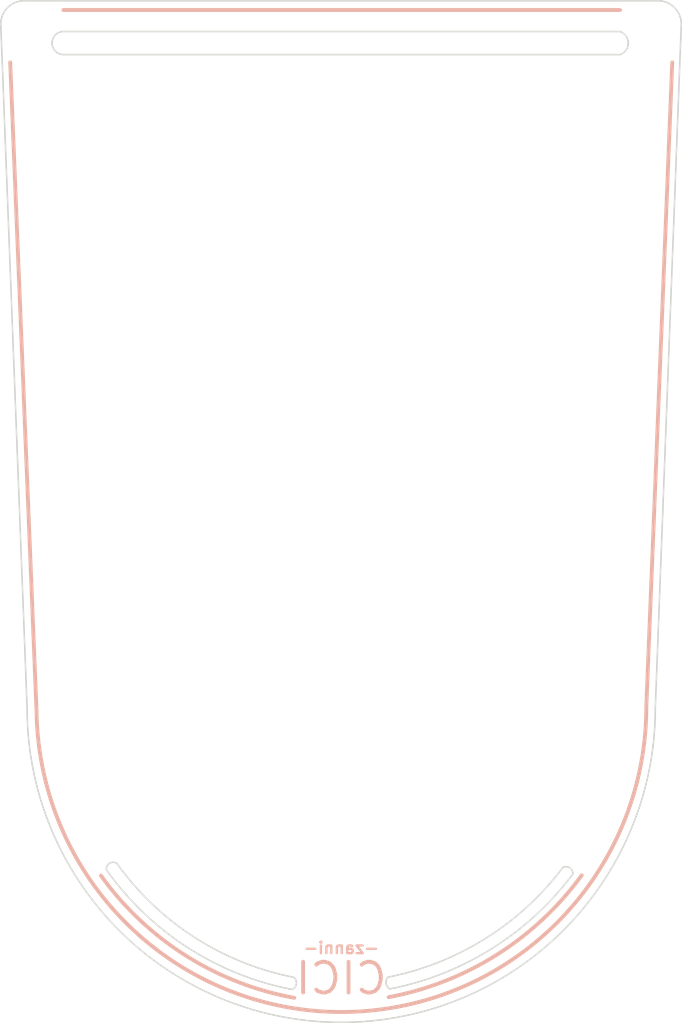
<source format=kicad_pcb>
(kicad_pcb (version 20171130) (host pcbnew "(5.1.4)-1")

  (general
    (thickness 1.6)
    (drawings 26)
    (tracks 0)
    (zones 0)
    (modules 0)
    (nets 1)
  )

  (page A4)
  (layers
    (0 F.Cu signal)
    (31 B.Cu signal)
    (32 B.Adhes user)
    (33 F.Adhes user)
    (34 B.Paste user)
    (35 F.Paste user)
    (36 B.SilkS user)
    (37 F.SilkS user)
    (38 B.Mask user)
    (39 F.Mask user)
    (40 Dwgs.User user)
    (41 Cmts.User user)
    (42 Eco1.User user)
    (43 Eco2.User user)
    (44 Edge.Cuts user)
    (45 Margin user)
    (46 B.CrtYd user)
    (47 F.CrtYd user)
    (48 B.Fab user)
    (49 F.Fab user)
  )

  (setup
    (last_trace_width 0.25)
    (trace_clearance 0.2)
    (zone_clearance 0.508)
    (zone_45_only no)
    (trace_min 0.2)
    (via_size 0.8)
    (via_drill 0.4)
    (via_min_size 0.4)
    (via_min_drill 0.3)
    (uvia_size 0.3)
    (uvia_drill 0.1)
    (uvias_allowed no)
    (uvia_min_size 0.2)
    (uvia_min_drill 0.1)
    (edge_width 0.05)
    (segment_width 0.2)
    (pcb_text_width 0.3)
    (pcb_text_size 1.5 1.5)
    (mod_edge_width 0.12)
    (mod_text_size 1 1)
    (mod_text_width 0.15)
    (pad_size 1.524 1.524)
    (pad_drill 0.762)
    (pad_to_mask_clearance 0.051)
    (solder_mask_min_width 0.25)
    (aux_axis_origin 0 0)
    (visible_elements 7FFFFFFF)
    (pcbplotparams
      (layerselection 0x010fc_ffffffff)
      (usegerberextensions false)
      (usegerberattributes false)
      (usegerberadvancedattributes false)
      (creategerberjobfile false)
      (excludeedgelayer true)
      (linewidth 0.100000)
      (plotframeref false)
      (viasonmask false)
      (mode 1)
      (useauxorigin false)
      (hpglpennumber 1)
      (hpglpenspeed 20)
      (hpglpendiameter 15.000000)
      (psnegative false)
      (psa4output false)
      (plotreference true)
      (plotvalue true)
      (plotinvisibletext false)
      (padsonsilk false)
      (subtractmaskfromsilk false)
      (outputformat 1)
      (mirror false)
      (drillshape 1)
      (scaleselection 1)
      (outputdirectory ""))
  )

  (net 0 "")

  (net_class Default "This is the default net class."
    (clearance 0.2)
    (trace_width 0.25)
    (via_dia 0.8)
    (via_drill 0.4)
    (uvia_dia 0.3)
    (uvia_drill 0.1)
  )

  (gr_arc (start 123.33 139.5) (end 124.246762 139.525368) (angle -115.3397962) (layer Edge.Cuts) (width 0.2))
  (gr_arc (start 100.95 153.61) (end 100.191271 152.951118) (angle -101.2542279) (layer Edge.Cuts) (width 0.2))
  (gr_arc (start 64.48 138.89) (end 64.98 138.17) (angle -131.9838884) (layer Edge.Cuts) (width 0.2))
  (gr_arc (start 87.37 153.7) (end 87.750789 154.553857) (angle -117.7344543) (layer Edge.Cuts) (width 0.2))
  (gr_arc (start 92.926271 116.091118) (end 100.191271 152.951118) (angle -41.92680981) (layer Edge.Cuts) (width 0.2))
  (gr_arc (start 95.075 116.675) (end 64.98 138.17) (angle -43.3547479) (layer Edge.Cuts) (width 0.2))
  (gr_arc (start 92.925 116.1) (end 100.451863 154.482728) (angle -42.11246634) (layer Edge.Cuts) (width 0.2))
  (gr_arc (start 95.075 116.675) (end 63.61 139) (angle -43.7) (layer Edge.Cuts) (width 0.2))
  (gr_arc (start 58.04 31.5) (end 58 33) (angle 176.9449491) (layer Edge.Cuts) (width 0.2))
  (gr_arc (start 129.84 31.5) (end 130.375 33) (angle -140.7407538) (layer Edge.Cuts) (width 0.2))
  (gr_line (start 58 33) (end 130.375 33) (layer Edge.Cuts) (width 0.2))
  (gr_line (start 58 30) (end 130.375 30) (layer Edge.Cuts) (width 0.2))
  (gr_text CICI (at 94.125 153.125) (layer B.SilkS)
    (effects (font (size 4 4) (thickness 0.5)) (justify mirror))
  )
  (gr_text -zanni- (at 94.125 149.15) (layer B.SilkS)
    (effects (font (size 1.5 1.5) (thickness 0.3)) (justify mirror))
  )
  (gr_arc (start 92.925 116.1) (end 100.3 155.55) (angle -43.4) (layer B.SilkS) (width 0.5))
  (gr_arc (start 95.075 116.675) (end 62.9 139.75) (angle -44.1) (layer B.SilkS) (width 0.5))
  (gr_arc (start 94.15 117.85) (end 54.525 118.4) (angle -179.2) (layer B.SilkS) (width 0.5))
  (gr_line (start 54.525 118.4) (end 51.100929 34) (layer B.SilkS) (width 0.5))
  (gr_line (start 137.153817 34) (end 133.778817 117.853305) (layer B.SilkS) (width 0.5))
  (gr_line (start 58 27.2) (end 130.375 27.2) (layer B.SilkS) (width 0.5))
  (gr_arc (start 135.3 29.025) (end 138.325 29.125) (angle -91.9) (layer Edge.Cuts) (width 0.2))
  (gr_line (start 138.325 29.125) (end 134.95 118) (layer Edge.Cuts) (width 0.2))
  (gr_arc (start 94.125 118) (end 53.3 118) (angle -180) (layer Edge.Cuts) (width 0.2))
  (gr_line (start 53.3 118) (end 49.875929 29.099977) (layer Edge.Cuts) (width 0.2))
  (gr_arc (start 52.9 29.025) (end 52.9 26) (angle -91.4) (layer Edge.Cuts) (width 0.2))
  (gr_line (start 52.9 26) (end 135.3 26) (layer Edge.Cuts) (width 0.2))

)

</source>
